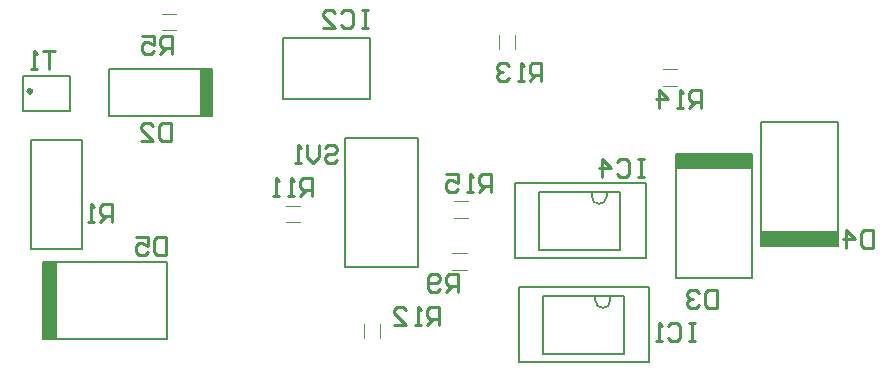
<source format=gbo>
G04*
G04 #@! TF.GenerationSoftware,Altium Limited,Altium Designer,21.6.1 (37)*
G04*
G04 Layer_Color=32896*
%FSLAX23Y23*%
%MOIN*%
G70*
G04*
G04 #@! TF.SameCoordinates,C1C5D9C5-2355-4A3C-9FD6-11C0A888820F*
G04*
G04*
G04 #@! TF.FilePolarity,Positive*
G04*
G01*
G75*
%ADD10C,0.015*%
%ADD11C,0.004*%
%ADD12C,0.008*%
%ADD16C,0.010*%
%ADD17R,0.048X0.256*%
%ADD77R,0.256X0.048*%
%ADD78R,0.039X0.157*%
D10*
X154Y1012D02*
G03*
X154Y1012I-4J0D01*
G01*
D11*
X1004Y630D02*
X1051D01*
X1004Y575D02*
X1051D01*
X1559Y417D02*
X1606D01*
X1559Y472D02*
X1606D01*
X1264Y189D02*
Y236D01*
X1319Y189D02*
Y236D01*
X2260Y1087D02*
X2307D01*
X2260Y1031D02*
X2307D01*
X1768Y1154D02*
Y1201D01*
X1713Y1154D02*
Y1201D01*
X590Y1215D02*
X637D01*
X590Y1270D02*
X637D01*
X1563Y646D02*
X1610D01*
X1563Y591D02*
X1610D01*
D12*
X2035Y315D02*
G03*
X2085Y315I25J0D01*
G01*
X2023Y662D02*
G03*
X2073Y662I25J0D01*
G01*
X154Y488D02*
X323D01*
X154Y850D02*
X323D01*
X154Y488D02*
Y850D01*
X323Y488D02*
Y850D01*
X2303Y391D02*
X2444D01*
X2303D02*
Y802D01*
X2559D01*
Y391D02*
Y802D01*
X2444Y391D02*
X2559D01*
X2588Y909D02*
X2703D01*
X2588Y498D02*
Y909D01*
Y498D02*
X2844D01*
Y909D01*
X2703D02*
X2844D01*
X606Y187D02*
Y328D01*
X195Y187D02*
X606D01*
X195D02*
Y443D01*
X606D01*
Y328D02*
Y443D01*
X414Y1015D02*
Y1087D01*
X758D01*
Y929D02*
Y1087D01*
X414Y929D02*
X758D01*
X414D02*
Y1015D01*
X1201Y425D02*
X1445D01*
Y858D01*
X1201D02*
X1445D01*
X1201Y425D02*
Y858D01*
X1284Y986D02*
Y1041D01*
X993Y986D02*
X1283D01*
X993Y1191D02*
X1284D01*
Y1141D02*
Y1191D01*
Y1041D02*
Y1141D01*
X993Y986D02*
Y1191D01*
X2215Y110D02*
Y360D01*
X1780Y110D02*
X2215D01*
X1780D02*
Y360D01*
X2215D01*
X2130Y135D02*
Y330D01*
X1860Y135D02*
X2130D01*
X1860D02*
Y330D01*
X2130D01*
X2035Y316D02*
Y330D01*
X2085Y316D02*
Y330D01*
X2203Y457D02*
Y707D01*
X1768Y457D02*
X2203D01*
X1768D02*
Y707D01*
X2203D01*
X2118Y482D02*
Y677D01*
X1848Y482D02*
X2118D01*
X1848D02*
Y677D01*
X2118D01*
X2023Y663D02*
Y677D01*
X2073Y663D02*
Y677D01*
X126Y945D02*
X284D01*
Y1063D01*
X126D02*
X284D01*
X126Y945D02*
Y1063D01*
D16*
X1278Y1284D02*
X1258D01*
X1268D01*
Y1224D01*
X1278D01*
X1258D01*
X1188Y1274D02*
X1198Y1284D01*
X1218D01*
X1228Y1274D01*
Y1234D01*
X1218Y1224D01*
X1198D01*
X1188Y1234D01*
X1128Y1224D02*
X1168D01*
X1128Y1264D01*
Y1274D01*
X1138Y1284D01*
X1158D01*
X1168Y1274D01*
X234Y1148D02*
X194D01*
X214D01*
Y1088D01*
X174D02*
X154D01*
X164D01*
Y1148D01*
X174Y1138D01*
X1134Y822D02*
X1144Y832D01*
X1164D01*
X1174Y822D01*
Y812D01*
X1164Y802D01*
X1144D01*
X1134Y792D01*
Y782D01*
X1144Y772D01*
X1164D01*
X1174Y782D01*
X1114Y832D02*
Y792D01*
X1094Y772D01*
X1074Y792D01*
Y832D01*
X1054Y772D02*
X1034D01*
X1044D01*
Y832D01*
X1054Y822D01*
X1686Y678D02*
Y738D01*
X1656D01*
X1646Y728D01*
Y708D01*
X1656Y698D01*
X1686D01*
X1666D02*
X1646Y678D01*
X1626D02*
X1606D01*
X1616D01*
Y738D01*
X1626Y728D01*
X1536Y738D02*
X1576D01*
Y708D01*
X1556Y718D01*
X1546D01*
X1536Y708D01*
Y688D01*
X1546Y678D01*
X1566D01*
X1576Y688D01*
X2387Y955D02*
Y1015D01*
X2357D01*
X2347Y1005D01*
Y985D01*
X2357Y975D01*
X2387D01*
X2367D02*
X2347Y955D01*
X2327D02*
X2307D01*
X2317D01*
Y1015D01*
X2327Y1005D01*
X2247Y955D02*
Y1015D01*
X2277Y985D01*
X2237D01*
X1855Y1045D02*
Y1105D01*
X1825D01*
X1816Y1095D01*
Y1075D01*
X1825Y1065D01*
X1855D01*
X1835D02*
X1816Y1045D01*
X1796D02*
X1776D01*
X1786D01*
Y1105D01*
X1796Y1095D01*
X1746D02*
X1736Y1105D01*
X1716D01*
X1706Y1095D01*
Y1085D01*
X1716Y1075D01*
X1726D01*
X1716D01*
X1706Y1065D01*
Y1055D01*
X1716Y1045D01*
X1736D01*
X1746Y1055D01*
X1514Y232D02*
Y292D01*
X1484D01*
X1474Y282D01*
Y262D01*
X1484Y252D01*
X1514D01*
X1494D02*
X1474Y232D01*
X1454D02*
X1434D01*
X1444D01*
Y292D01*
X1454Y282D01*
X1364Y232D02*
X1404D01*
X1364Y272D01*
Y282D01*
X1374Y292D01*
X1394D01*
X1404Y282D01*
X1091Y662D02*
Y722D01*
X1061D01*
X1051Y712D01*
Y692D01*
X1061Y682D01*
X1091D01*
X1071D02*
X1051Y662D01*
X1031D02*
X1011D01*
X1021D01*
Y722D01*
X1031Y712D01*
X981Y662D02*
X961D01*
X971D01*
Y722D01*
X981Y712D01*
X1578Y344D02*
Y404D01*
X1548D01*
X1538Y394D01*
Y374D01*
X1548Y364D01*
X1578D01*
X1558D02*
X1538Y344D01*
X1518Y354D02*
X1508Y344D01*
X1488D01*
X1478Y354D01*
Y394D01*
X1488Y404D01*
X1508D01*
X1518Y394D01*
Y384D01*
X1508Y374D01*
X1478D01*
X624Y1136D02*
Y1196D01*
X594D01*
X584Y1186D01*
Y1166D01*
X594Y1156D01*
X624D01*
X604D02*
X584Y1136D01*
X524Y1196D02*
X564D01*
Y1166D01*
X544Y1176D01*
X534D01*
X524Y1166D01*
Y1146D01*
X534Y1136D01*
X554D01*
X564Y1146D01*
X424Y577D02*
Y637D01*
X394D01*
X384Y627D01*
Y607D01*
X394Y597D01*
X424D01*
X404D02*
X384Y577D01*
X364D02*
X344D01*
X354D01*
Y637D01*
X364Y627D01*
X2198Y786D02*
X2178D01*
X2188D01*
Y726D01*
X2198D01*
X2178D01*
X2108Y776D02*
X2118Y786D01*
X2138D01*
X2148Y776D01*
Y736D01*
X2138Y726D01*
X2118D01*
X2108Y736D01*
X2058Y726D02*
Y786D01*
X2088Y756D01*
X2048D01*
X2367Y240D02*
X2347D01*
X2357D01*
Y180D01*
X2367D01*
X2347D01*
X2277Y230D02*
X2287Y240D01*
X2307D01*
X2317Y230D01*
Y190D01*
X2307Y180D01*
X2287D01*
X2277Y190D01*
X2257Y180D02*
X2237D01*
X2247D01*
Y240D01*
X2257Y230D01*
X604Y527D02*
Y467D01*
X574D01*
X564Y477D01*
Y517D01*
X574Y527D01*
X604D01*
X504D02*
X544D01*
Y497D01*
X524Y507D01*
X514D01*
X504Y497D01*
Y477D01*
X514Y467D01*
X534D01*
X544Y477D01*
X2961Y551D02*
Y491D01*
X2931D01*
X2921Y501D01*
Y541D01*
X2931Y551D01*
X2961D01*
X2871Y491D02*
Y551D01*
X2901Y521D01*
X2861D01*
X2442Y350D02*
Y290D01*
X2412D01*
X2402Y300D01*
Y340D01*
X2412Y350D01*
X2442D01*
X2382Y340D02*
X2372Y350D01*
X2352D01*
X2342Y340D01*
Y330D01*
X2352Y320D01*
X2362D01*
X2352D01*
X2342Y310D01*
Y300D01*
X2352Y290D01*
X2372D01*
X2382Y300D01*
X622Y906D02*
Y846D01*
X592D01*
X582Y856D01*
Y896D01*
X592Y906D01*
X622D01*
X522Y846D02*
X562D01*
X522Y886D01*
Y896D01*
X532Y906D01*
X552D01*
X562Y896D01*
D17*
X219Y315D02*
D03*
D77*
X2431Y778D02*
D03*
X2716Y522D02*
D03*
D78*
X739Y1008D02*
D03*
M02*

</source>
